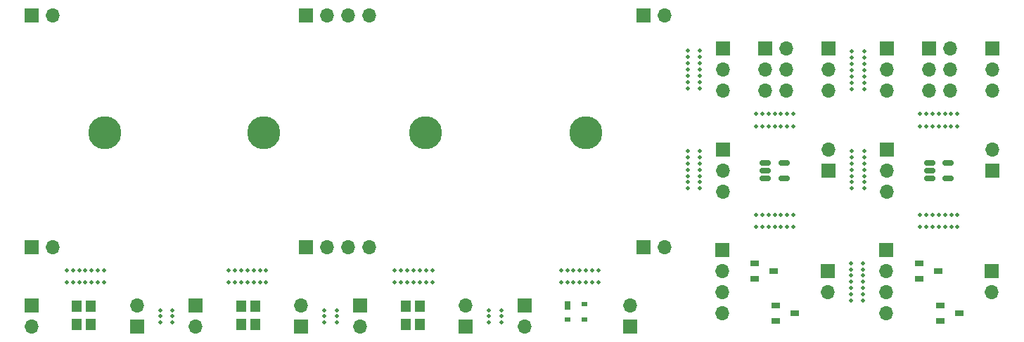
<source format=gbr>
%TF.GenerationSoftware,KiCad,Pcbnew,(6.0.2)*%
%TF.CreationDate,2022-03-22T07:30:25-04:00*%
%TF.ProjectId,Panel_Design_3,50616e65-6c5f-4446-9573-69676e5f332e,rev?*%
%TF.SameCoordinates,Original*%
%TF.FileFunction,Soldermask,Top*%
%TF.FilePolarity,Negative*%
%FSLAX46Y46*%
G04 Gerber Fmt 4.6, Leading zero omitted, Abs format (unit mm)*
G04 Created by KiCad (PCBNEW (6.0.2)) date 2022-03-22 07:30:25*
%MOMM*%
%LPD*%
G01*
G04 APERTURE LIST*
G04 Aperture macros list*
%AMRoundRect*
0 Rectangle with rounded corners*
0 $1 Rounding radius*
0 $2 $3 $4 $5 $6 $7 $8 $9 X,Y pos of 4 corners*
0 Add a 4 corners polygon primitive as box body*
4,1,4,$2,$3,$4,$5,$6,$7,$8,$9,$2,$3,0*
0 Add four circle primitives for the rounded corners*
1,1,$1+$1,$2,$3*
1,1,$1+$1,$4,$5*
1,1,$1+$1,$6,$7*
1,1,$1+$1,$8,$9*
0 Add four rect primitives between the rounded corners*
20,1,$1+$1,$2,$3,$4,$5,0*
20,1,$1+$1,$4,$5,$6,$7,0*
20,1,$1+$1,$6,$7,$8,$9,0*
20,1,$1+$1,$8,$9,$2,$3,0*%
G04 Aperture macros list end*
%ADD10C,0.500000*%
%ADD11O,1.700000X1.700000*%
%ADD12R,1.700000X1.700000*%
%ADD13R,0.700000X0.600000*%
%ADD14R,0.700000X1.000000*%
%ADD15C,3.987800*%
%ADD16R,1.050000X0.700000*%
%ADD17RoundRect,0.150000X-0.512500X-0.150000X0.512500X-0.150000X0.512500X0.150000X-0.512500X0.150000X0*%
%ADD18R,1.200000X1.400000*%
G04 APERTURE END LIST*
D10*
%TO.C,mouse-bite-2mm-slot*%
X55730000Y-59210000D03*
X54230000Y-60710000D03*
X56480000Y-60710000D03*
X54980000Y-59210000D03*
X54980000Y-60710000D03*
X58730000Y-59210000D03*
X57980000Y-60710000D03*
X58730000Y-60710000D03*
X54230000Y-59210000D03*
X55730000Y-60710000D03*
X57230000Y-59210000D03*
X56480000Y-59210000D03*
X57230000Y-60710000D03*
X57980000Y-59210000D03*
%TD*%
D11*
%TO.C,J31*%
X106680000Y-56420000D03*
D12*
X104140000Y-56420000D03*
%TD*%
D11*
%TO.C,J10*%
X71120000Y-56420000D03*
X68580000Y-56420000D03*
X66040000Y-56420000D03*
D12*
X63500000Y-56420000D03*
%TD*%
D13*
%TO.C,U3*%
X97040000Y-63300000D03*
X97040000Y-65200000D03*
X95040000Y-65200000D03*
D14*
X95040000Y-63500000D03*
%TD*%
D11*
%TO.C,J13*%
X82740000Y-63500000D03*
D12*
X82740000Y-66040000D03*
%TD*%
D15*
%TO.C,MX1*%
X39280000Y-42640000D03*
%TD*%
D16*
%TO.C,IC5*%
X142160000Y-64420001D03*
X139860000Y-65370001D03*
X139860000Y-63470001D03*
%TD*%
D11*
%TO.C,J34*%
X146200000Y-44640000D03*
D12*
X146200000Y-47180000D03*
%TD*%
D11*
%TO.C,J19*%
X89820000Y-66040000D03*
D12*
X89820000Y-63500000D03*
%TD*%
D10*
%TO.C,mouse-bite-2mm-slot*%
X140460000Y-54010000D03*
X141960000Y-52510000D03*
X139710000Y-52510000D03*
X141210000Y-54010000D03*
X141210000Y-52510000D03*
X137460000Y-54010000D03*
X138210000Y-52510000D03*
X137460000Y-52510000D03*
X141960000Y-54010000D03*
X140460000Y-52510000D03*
X138960000Y-54010000D03*
X139710000Y-54010000D03*
X138960000Y-52510000D03*
X138210000Y-54010000D03*
%TD*%
D11*
%TO.C,J22*%
X121380000Y-37560000D03*
X118840000Y-37560000D03*
X121380000Y-35020000D03*
X118840000Y-35020000D03*
X121380000Y-32480000D03*
D12*
X118840000Y-32480000D03*
%TD*%
D10*
%TO.C,mouse-bite-2mm-slot*%
X119210000Y-40350000D03*
X117710000Y-41850000D03*
X119960000Y-41850000D03*
X118460000Y-40350000D03*
X118460000Y-41850000D03*
X122210000Y-40350000D03*
X121460000Y-41850000D03*
X122210000Y-41850000D03*
X117710000Y-40350000D03*
X119210000Y-41850000D03*
X120710000Y-40350000D03*
X119960000Y-40350000D03*
X120710000Y-41850000D03*
X121460000Y-40350000D03*
%TD*%
D11*
%TO.C,J24*%
X126460000Y-37560000D03*
X126460000Y-35020000D03*
D12*
X126460000Y-32480000D03*
%TD*%
D10*
%TO.C,mouse-bite-2mm-slot*%
X75730000Y-59210000D03*
X74230000Y-60710000D03*
X76480000Y-60710000D03*
X74980000Y-59210000D03*
X74980000Y-60710000D03*
X78730000Y-59210000D03*
X77980000Y-60710000D03*
X78730000Y-60710000D03*
X74230000Y-59210000D03*
X75730000Y-60710000D03*
X77230000Y-59210000D03*
X76480000Y-59210000D03*
X77230000Y-60710000D03*
X77980000Y-59210000D03*
%TD*%
%TO.C,mouse-bite-2mm-slot*%
X120710000Y-54010000D03*
X122210000Y-52510000D03*
X119960000Y-52510000D03*
X121460000Y-54010000D03*
X121460000Y-52510000D03*
X117710000Y-54010000D03*
X118460000Y-52510000D03*
X117710000Y-52510000D03*
X122210000Y-54010000D03*
X120710000Y-52510000D03*
X119210000Y-54010000D03*
X119960000Y-54010000D03*
X119210000Y-52510000D03*
X118460000Y-54010000D03*
%TD*%
%TO.C,mouse-bite-2mm-slot*%
X138950000Y-40350000D03*
X137450000Y-41850000D03*
X139700000Y-41850000D03*
X138200000Y-40350000D03*
X138200000Y-41850000D03*
X141950000Y-40350000D03*
X141200000Y-41850000D03*
X141950000Y-41850000D03*
X137450000Y-40350000D03*
X138950000Y-41850000D03*
X140450000Y-40350000D03*
X139700000Y-40350000D03*
X140450000Y-41850000D03*
X141200000Y-40350000D03*
%TD*%
%TO.C,mouse-bite-2mm-slot*%
X67250000Y-64770000D03*
X67250000Y-65520000D03*
X65750000Y-64020000D03*
X65750000Y-65520000D03*
X67250000Y-64020000D03*
X65750000Y-64770000D03*
%TD*%
%TO.C,mouse-bite-2mm-slot*%
X36230000Y-59210000D03*
X34730000Y-60710000D03*
X36980000Y-60710000D03*
X35480000Y-59210000D03*
X35480000Y-60710000D03*
X39230000Y-59210000D03*
X38480000Y-60710000D03*
X39230000Y-60710000D03*
X34730000Y-59210000D03*
X36230000Y-60710000D03*
X37730000Y-59210000D03*
X36980000Y-59210000D03*
X37730000Y-60710000D03*
X38480000Y-59210000D03*
%TD*%
D16*
%TO.C,IC4*%
X139620000Y-59340001D03*
X137320000Y-60290001D03*
X137320000Y-58390001D03*
%TD*%
D17*
%TO.C,U2*%
X121077500Y-46270000D03*
X121077500Y-48170000D03*
X118802500Y-48170000D03*
X118802500Y-47220000D03*
X118802500Y-46270000D03*
%TD*%
D11*
%TO.C,J36*%
X146090000Y-61880001D03*
D12*
X146090000Y-59340001D03*
%TD*%
D10*
%TO.C,mouse-bite-2mm-slot*%
X129100001Y-61360001D03*
X130600001Y-62860001D03*
X130600001Y-60610001D03*
X129100001Y-62110001D03*
X130600001Y-62110001D03*
X129100001Y-58360001D03*
X130600001Y-59110001D03*
X130600001Y-58360001D03*
X129100001Y-62860001D03*
X130600001Y-61360001D03*
X129100001Y-59860001D03*
X129100001Y-60610001D03*
X130600001Y-59860001D03*
X129100001Y-59110001D03*
%TD*%
D11*
%TO.C,J7*%
X43180000Y-63500000D03*
D12*
X43180000Y-66040000D03*
%TD*%
D11*
%TO.C,J23*%
X102520000Y-63500000D03*
D12*
X102520000Y-66040000D03*
%TD*%
D10*
%TO.C,mouse-bite-2mm-slot*%
X129210000Y-35850000D03*
X130710000Y-37350000D03*
X130710000Y-35100000D03*
X129210000Y-36600000D03*
X130710000Y-36600000D03*
X129210000Y-32850000D03*
X130710000Y-33600000D03*
X130710000Y-32850000D03*
X129210000Y-37350000D03*
X130710000Y-35850000D03*
X129210000Y-34350000D03*
X129210000Y-35100000D03*
X130710000Y-34350000D03*
X129210000Y-33600000D03*
%TD*%
D16*
%TO.C,IC2*%
X119840000Y-59340001D03*
X117540000Y-60290001D03*
X117540000Y-58390001D03*
%TD*%
D15*
%TO.C,MX2*%
X77880000Y-42640000D03*
%TD*%
D11*
%TO.C,J11*%
X62960000Y-63500000D03*
D12*
X62960000Y-66040000D03*
%TD*%
D11*
%TO.C,J33*%
X133500000Y-49720000D03*
X133500000Y-47180000D03*
D12*
X133500000Y-44640000D03*
%TD*%
D11*
%TO.C,J29*%
X33020000Y-56420000D03*
D12*
X30480000Y-56420000D03*
%TD*%
D10*
%TO.C,mouse-bite-2mm-slot*%
X87030000Y-64770000D03*
X87030000Y-65520000D03*
X85530000Y-64020000D03*
X85530000Y-65520000D03*
X87030000Y-64020000D03*
X85530000Y-64770000D03*
%TD*%
D11*
%TO.C,J32*%
X106680000Y-28480000D03*
D12*
X104140000Y-28480000D03*
%TD*%
D11*
%TO.C,J15*%
X113610000Y-64420001D03*
X113610000Y-61880001D03*
X113610000Y-59340001D03*
D12*
X113610000Y-56800001D03*
%TD*%
D11*
%TO.C,J27*%
X141120001Y-37559999D03*
X138580001Y-37559999D03*
X141120001Y-35019999D03*
X138580001Y-35019999D03*
X141120001Y-32479999D03*
D12*
X138580001Y-32479999D03*
%TD*%
D15*
%TO.C,MX4*%
X97180000Y-42640000D03*
%TD*%
D17*
%TO.C,U4*%
X140857500Y-46270000D03*
X140857500Y-48170000D03*
X138582500Y-48170000D03*
X138582500Y-47220000D03*
X138582500Y-46270000D03*
%TD*%
D10*
%TO.C,mouse-bite-2mm-slot*%
X109470000Y-47850000D03*
X110970000Y-49350000D03*
X110970000Y-47100000D03*
X109470000Y-48600000D03*
X110970000Y-48600000D03*
X109470000Y-44850000D03*
X110970000Y-45600000D03*
X110970000Y-44850000D03*
X109470000Y-49350000D03*
X110970000Y-47850000D03*
X109470000Y-46350000D03*
X109470000Y-47100000D03*
X110970000Y-46350000D03*
X109470000Y-45600000D03*
%TD*%
%TO.C,mouse-bite-2mm-slot*%
X95730000Y-59210000D03*
X94230000Y-60710000D03*
X96480000Y-60710000D03*
X94980000Y-59210000D03*
X94980000Y-60710000D03*
X98730000Y-59210000D03*
X97980000Y-60710000D03*
X98730000Y-60710000D03*
X94230000Y-59210000D03*
X95730000Y-60710000D03*
X97230000Y-59210000D03*
X96480000Y-59210000D03*
X97230000Y-60710000D03*
X97980000Y-59210000D03*
%TD*%
D15*
%TO.C,MX3*%
X58420000Y-42640000D03*
%TD*%
D10*
%TO.C,mouse-bite-2mm-slot*%
X109470000Y-35770000D03*
X110970000Y-37270000D03*
X110970000Y-35020000D03*
X109470000Y-36520000D03*
X110970000Y-36520000D03*
X109470000Y-32770000D03*
X110970000Y-33520000D03*
X110970000Y-32770000D03*
X109470000Y-37270000D03*
X110970000Y-35770000D03*
X109470000Y-34270000D03*
X109470000Y-35020000D03*
X110970000Y-34270000D03*
X109470000Y-33520000D03*
%TD*%
D11*
%TO.C,J17*%
X113760000Y-37560000D03*
X113760000Y-35020000D03*
D12*
X113760000Y-32480000D03*
%TD*%
D11*
%TO.C,J26*%
X133500001Y-37559999D03*
X133500001Y-35019999D03*
D12*
X133500001Y-32479999D03*
%TD*%
D11*
%TO.C,J30*%
X33020000Y-28480000D03*
D12*
X30480000Y-28480000D03*
%TD*%
D18*
%TO.C,Y2*%
X57430000Y-63560000D03*
X57430000Y-65760000D03*
X55730000Y-65760000D03*
X55730000Y-63560000D03*
%TD*%
D11*
%TO.C,J9*%
X71120000Y-28480000D03*
X68580000Y-28480000D03*
X66040000Y-28480000D03*
D12*
X63500000Y-28480000D03*
%TD*%
D10*
%TO.C,mouse-bite-2mm-slot*%
X129210000Y-47850000D03*
X130710000Y-49350000D03*
X130710000Y-47100000D03*
X129210000Y-48600000D03*
X130710000Y-48600000D03*
X129210000Y-44850000D03*
X130710000Y-45600000D03*
X130710000Y-44850000D03*
X129210000Y-49350000D03*
X130710000Y-47850000D03*
X129210000Y-46350000D03*
X129210000Y-47100000D03*
X130710000Y-46350000D03*
X129210000Y-45600000D03*
%TD*%
D18*
%TO.C,Y1*%
X37650000Y-63560000D03*
X37650000Y-65760000D03*
X35950000Y-65760000D03*
X35950000Y-63560000D03*
%TD*%
D10*
%TO.C,mouse-bite-2mm-slot*%
X47470000Y-64770000D03*
X47470000Y-65520000D03*
X45970000Y-64020000D03*
X45970000Y-65520000D03*
X47470000Y-64020000D03*
X45970000Y-64770000D03*
%TD*%
D11*
%TO.C,J35*%
X133390000Y-64420001D03*
X133390000Y-61880001D03*
X133390000Y-59340001D03*
D12*
X133390000Y-56800001D03*
%TD*%
D11*
%TO.C,J16*%
X113720000Y-49720000D03*
X113720000Y-47180000D03*
D12*
X113720000Y-44640000D03*
%TD*%
D11*
%TO.C,J8*%
X50260000Y-66040000D03*
D12*
X50260000Y-63500000D03*
%TD*%
D11*
%TO.C,J20*%
X126420000Y-44640000D03*
D12*
X126420000Y-47180000D03*
%TD*%
D18*
%TO.C,Y3*%
X77210000Y-63560000D03*
X77210000Y-65760000D03*
X75510000Y-65760000D03*
X75510000Y-63560000D03*
%TD*%
D16*
%TO.C,IC3*%
X122380000Y-64420001D03*
X120080000Y-65370001D03*
X120080000Y-63470001D03*
%TD*%
D11*
%TO.C,J6*%
X30480000Y-66040000D03*
D12*
X30480000Y-63500000D03*
%TD*%
D11*
%TO.C,J12*%
X70040000Y-66040000D03*
D12*
X70040000Y-63500000D03*
%TD*%
D11*
%TO.C,J28*%
X146200001Y-37559999D03*
X146200001Y-35019999D03*
D12*
X146200001Y-32479999D03*
%TD*%
D11*
%TO.C,J21*%
X126310000Y-61880001D03*
D12*
X126310000Y-59340001D03*
%TD*%
M02*

</source>
